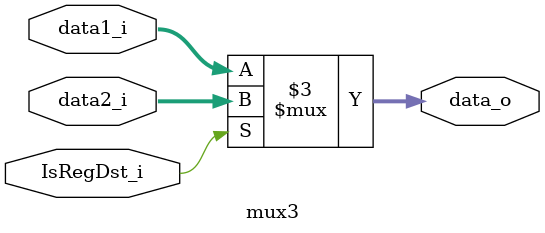
<source format=v>
 module mux3(
	data1_i,//RT
	data2_i,//RD
	IsRegDst_i,
	data_o
);

input [4:0]		data1_i;
input [4:0]		data2_i;
input			IsRegDst_i;
output reg	[4:0]	data_o;

always@(*)begin
	if(IsRegDst_i)
		data_o = data2_i;
	else
		data_o = data1_i;
end

endmodule
</source>
